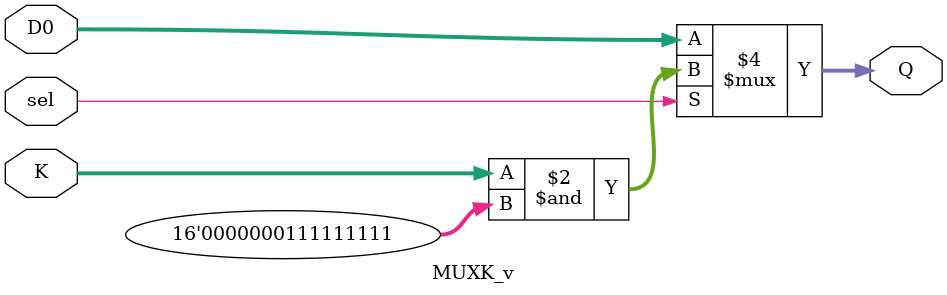
<source format=v>
module MUXK_v (input sel,
					input [15:0] D0,
					input [15:0] K,
					output reg [15:0] Q);
	//reg [15:0] temp;
	always@(D0 or K or sel) begin
		if(sel)
			Q <= K & 16'h01ff;
		else
			Q <= D0;
	end
endmodule
</source>
